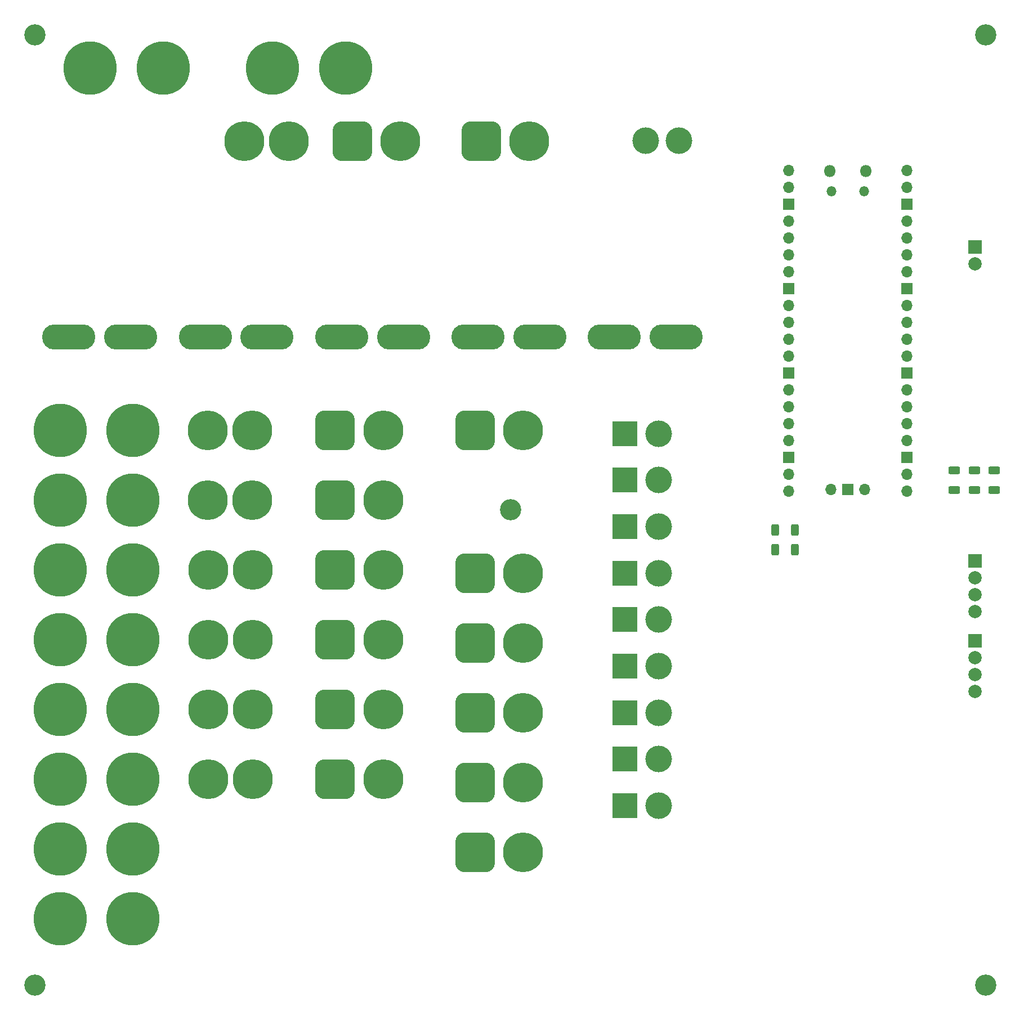
<source format=gbr>
%TF.GenerationSoftware,KiCad,Pcbnew,8.0.5*%
%TF.CreationDate,2024-12-16T08:47:40+01:00*%
%TF.ProjectId,PowerBoard,506f7765-7242-46f6-9172-642e6b696361,rev?*%
%TF.SameCoordinates,Original*%
%TF.FileFunction,Soldermask,Bot*%
%TF.FilePolarity,Negative*%
%FSLAX46Y46*%
G04 Gerber Fmt 4.6, Leading zero omitted, Abs format (unit mm)*
G04 Created by KiCad (PCBNEW 8.0.5) date 2024-12-16 08:47:40*
%MOMM*%
%LPD*%
G01*
G04 APERTURE LIST*
G04 Aperture macros list*
%AMRoundRect*
0 Rectangle with rounded corners*
0 $1 Rounding radius*
0 $2 $3 $4 $5 $6 $7 $8 $9 X,Y pos of 4 corners*
0 Add a 4 corners polygon primitive as box body*
4,1,4,$2,$3,$4,$5,$6,$7,$8,$9,$2,$3,0*
0 Add four circle primitives for the rounded corners*
1,1,$1+$1,$2,$3*
1,1,$1+$1,$4,$5*
1,1,$1+$1,$6,$7*
1,1,$1+$1,$8,$9*
0 Add four rect primitives between the rounded corners*
20,1,$1+$1,$2,$3,$4,$5,0*
20,1,$1+$1,$4,$5,$6,$7,0*
20,1,$1+$1,$6,$7,$8,$9,0*
20,1,$1+$1,$8,$9,$2,$3,0*%
G04 Aperture macros list end*
%ADD10R,3.800000X3.800000*%
%ADD11C,4.000000*%
%ADD12C,3.200000*%
%ADD13RoundRect,1.500000X-1.500000X-1.500000X1.500000X-1.500000X1.500000X1.500000X-1.500000X1.500000X0*%
%ADD14C,6.000000*%
%ADD15C,8.000000*%
%ADD16O,8.000000X3.800000*%
%ADD17R,2.000000X2.000000*%
%ADD18C,2.000000*%
%ADD19O,1.800000X1.800000*%
%ADD20O,1.500000X1.500000*%
%ADD21O,1.700000X1.700000*%
%ADD22R,1.700000X1.700000*%
%ADD23RoundRect,0.250000X0.625000X-0.312500X0.625000X0.312500X-0.625000X0.312500X-0.625000X-0.312500X0*%
%ADD24RoundRect,0.250000X0.312500X0.625000X-0.312500X0.625000X-0.312500X-0.625000X0.312500X-0.625000X0*%
G04 APERTURE END LIST*
D10*
%TO.C,J37*%
X117500000Y-116500000D03*
D11*
X122500000Y-116500000D03*
%TD*%
D10*
%TO.C,J36*%
X117500000Y-109500000D03*
D11*
X122500000Y-109500000D03*
%TD*%
D10*
%TO.C,J35*%
X117500000Y-102500000D03*
D11*
X122500000Y-102500000D03*
%TD*%
D12*
%TO.C,H4*%
X171750000Y-21500000D03*
%TD*%
D13*
%TO.C,J31*%
X94900000Y-144500000D03*
D14*
X102100000Y-144500000D03*
%TD*%
D13*
%TO.C,J30*%
X94900000Y-134000000D03*
D14*
X102100000Y-134000000D03*
%TD*%
D10*
%TO.C,J33*%
X117500000Y-88500000D03*
D11*
X122500000Y-88500000D03*
%TD*%
D14*
%TO.C,J18*%
X54800000Y-123000000D03*
X61500000Y-123000000D03*
%TD*%
%TO.C,J19*%
X54800000Y-133500000D03*
X61500000Y-133500000D03*
%TD*%
D13*
%TO.C,J22*%
X73900000Y-102000000D03*
D14*
X81100000Y-102000000D03*
%TD*%
D15*
%TO.C,J9*%
X43500000Y-112500000D03*
X32500000Y-112500000D03*
%TD*%
D16*
%TO.C,F5*%
X54350000Y-67000000D03*
X63650000Y-67000000D03*
%TD*%
%TO.C,F4*%
X95350000Y-67000000D03*
X104650000Y-67000000D03*
%TD*%
D17*
%TO.C,GND1*%
X170150000Y-112690000D03*
D18*
X170150000Y-115230000D03*
X170150000Y-117770000D03*
X170150000Y-120310000D03*
%TD*%
D13*
%TO.C,J29*%
X94900000Y-123500000D03*
D14*
X102100000Y-123500000D03*
%TD*%
D15*
%TO.C,J7*%
X43500000Y-91500000D03*
X32500000Y-91500000D03*
%TD*%
D12*
%TO.C,H3*%
X171750000Y-164500000D03*
%TD*%
D13*
%TO.C,J41*%
X76500000Y-37500000D03*
D14*
X83700000Y-37500000D03*
%TD*%
D16*
%TO.C,F2*%
X115850000Y-67000000D03*
X125150000Y-67000000D03*
%TD*%
D12*
%TO.C,H2*%
X28750000Y-164500000D03*
%TD*%
D15*
%TO.C,J6*%
X43500000Y-81000000D03*
X32500000Y-81000000D03*
%TD*%
D13*
%TO.C,J27*%
X94900000Y-102500000D03*
D14*
X102100000Y-102500000D03*
%TD*%
D11*
%TO.C,J4*%
X125600000Y-37400000D03*
X120600000Y-37400000D03*
%TD*%
D14*
%TO.C,J2*%
X60200000Y-37500000D03*
X66900000Y-37500000D03*
%TD*%
%TO.C,J15*%
X54700000Y-91500000D03*
X61400000Y-91500000D03*
%TD*%
D10*
%TO.C,J39*%
X117500000Y-130500000D03*
D11*
X122500000Y-130500000D03*
%TD*%
D17*
%TO.C,I2C1*%
X170150000Y-53460000D03*
D18*
X170150000Y-56000000D03*
%TD*%
D15*
%TO.C,J8*%
X43500000Y-102000000D03*
X32500000Y-102000000D03*
%TD*%
%TO.C,J5*%
X64500000Y-26500000D03*
X75500000Y-26500000D03*
%TD*%
%TO.C,J13*%
X43500000Y-154500000D03*
X32500000Y-154500000D03*
%TD*%
D13*
%TO.C,J21*%
X73900000Y-91500000D03*
D14*
X81100000Y-91500000D03*
%TD*%
%TO.C,J17*%
X54800000Y-112500000D03*
X61500000Y-112500000D03*
%TD*%
D15*
%TO.C,J1*%
X48000000Y-26500000D03*
X37000000Y-26500000D03*
%TD*%
D19*
%TO.C,U1*%
X148275000Y-42000000D03*
D20*
X148575000Y-45030000D03*
X153425000Y-45030000D03*
D19*
X153725000Y-42000000D03*
D21*
X142110000Y-41870000D03*
X142110000Y-44410000D03*
D22*
X142110000Y-46950000D03*
D21*
X142110000Y-49490000D03*
X142110000Y-52030000D03*
X142110000Y-54570000D03*
X142110000Y-57110000D03*
D22*
X142110000Y-59650000D03*
D21*
X142110000Y-62190000D03*
X142110000Y-64730000D03*
X142110000Y-67270000D03*
X142110000Y-69810000D03*
D22*
X142110000Y-72350000D03*
D21*
X142110000Y-74890000D03*
X142110000Y-77430000D03*
X142110000Y-79970000D03*
X142110000Y-82510000D03*
D22*
X142110000Y-85050000D03*
D21*
X142110000Y-87590000D03*
X142110000Y-90130000D03*
X159890000Y-90130000D03*
X159890000Y-87590000D03*
D22*
X159890000Y-85050000D03*
D21*
X159890000Y-82510000D03*
X159890000Y-79970000D03*
X159890000Y-77430000D03*
X159890000Y-74890000D03*
D22*
X159890000Y-72350000D03*
D21*
X159890000Y-69810000D03*
X159890000Y-67270000D03*
X159890000Y-64730000D03*
X159890000Y-62190000D03*
D22*
X159890000Y-59650000D03*
D21*
X159890000Y-57110000D03*
X159890000Y-54570000D03*
X159890000Y-52030000D03*
X159890000Y-49490000D03*
D22*
X159890000Y-46950000D03*
D21*
X159890000Y-44410000D03*
X159890000Y-41870000D03*
X148460000Y-89900000D03*
D22*
X151000000Y-89900000D03*
D21*
X153540000Y-89900000D03*
%TD*%
D14*
%TO.C,J16*%
X54800000Y-102000000D03*
X61500000Y-102000000D03*
%TD*%
D15*
%TO.C,J10*%
X43500000Y-123000000D03*
X32500000Y-123000000D03*
%TD*%
D13*
%TO.C,J3*%
X95900000Y-37500000D03*
D14*
X103100000Y-37500000D03*
%TD*%
D13*
%TO.C,J20*%
X73900000Y-81000000D03*
D14*
X81100000Y-81000000D03*
%TD*%
D16*
%TO.C,F3*%
X33850000Y-67000000D03*
X43150000Y-67000000D03*
%TD*%
D12*
%TO.C,H1*%
X28750000Y-21500000D03*
%TD*%
D16*
%TO.C,F1*%
X74850000Y-67000000D03*
X84150000Y-67000000D03*
%TD*%
D14*
%TO.C,J14*%
X54700000Y-81000000D03*
X61400000Y-81000000D03*
%TD*%
D15*
%TO.C,J11*%
X43500000Y-133500000D03*
X32500000Y-133500000D03*
%TD*%
%TO.C,J12*%
X43500000Y-144000000D03*
X32500000Y-144000000D03*
%TD*%
D10*
%TO.C,J34*%
X117500000Y-95500000D03*
D11*
X122500000Y-95500000D03*
%TD*%
D10*
%TO.C,J32*%
X117500000Y-81500000D03*
D11*
X122500000Y-81500000D03*
%TD*%
D13*
%TO.C,J25*%
X73900000Y-133500000D03*
D14*
X81100000Y-133500000D03*
%TD*%
D13*
%TO.C,J26*%
X94900000Y-81000000D03*
D14*
X102100000Y-81000000D03*
%TD*%
D17*
%TO.C,VCC1*%
X170150000Y-100690000D03*
D18*
X170150000Y-103230000D03*
X170150000Y-105770000D03*
X170150000Y-108310000D03*
%TD*%
D13*
%TO.C,J23*%
X73900000Y-112500000D03*
D14*
X81100000Y-112500000D03*
%TD*%
D12*
%TO.C,H5*%
X100250000Y-93000000D03*
%TD*%
D13*
%TO.C,J24*%
X73900000Y-123000000D03*
D14*
X81100000Y-123000000D03*
%TD*%
D10*
%TO.C,J38*%
X117500000Y-123500000D03*
D11*
X122500000Y-123500000D03*
%TD*%
D10*
%TO.C,J40*%
X117500000Y-137500000D03*
D11*
X122500000Y-137500000D03*
%TD*%
D13*
%TO.C,J28*%
X94900000Y-113000000D03*
D14*
X102100000Y-113000000D03*
%TD*%
D23*
%TO.C,R29*%
X173000000Y-89962500D03*
X173000000Y-87037500D03*
%TD*%
%TO.C,R27*%
X167000000Y-90000000D03*
X167000000Y-87075000D03*
%TD*%
%TO.C,R28*%
X170000000Y-90000000D03*
X170000000Y-87075000D03*
%TD*%
D24*
%TO.C,R20*%
X143000000Y-99000000D03*
X140075000Y-99000000D03*
%TD*%
%TO.C,R26*%
X143000000Y-96000000D03*
X140075000Y-96000000D03*
%TD*%
M02*

</source>
